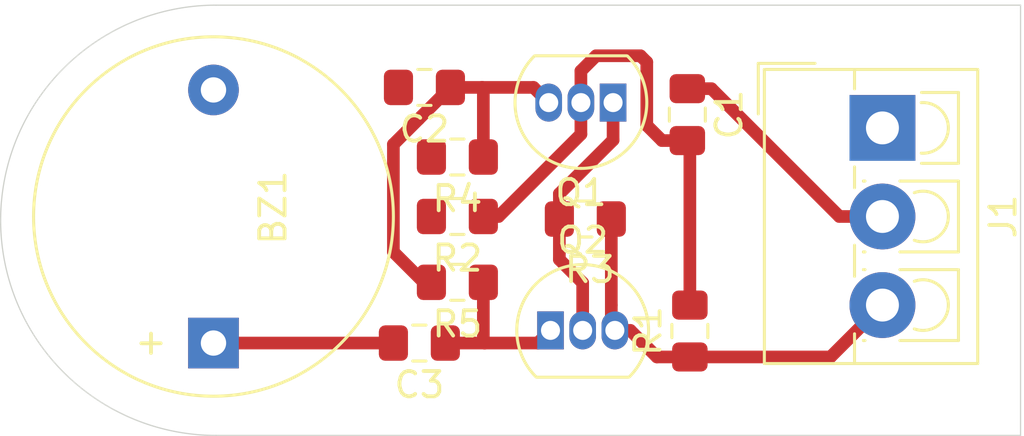
<source format=kicad_pcb>
(kicad_pcb (version 20171130) (host pcbnew "(5.1.6)-1")

  (general
    (thickness 1.6)
    (drawings 4)
    (tracks 45)
    (zones 0)
    (modules 12)
    (nets 9)
  )

  (page A4)
  (title_block
    (title Single_tranzistor_amp)
    (date 2020-11-01)
    (rev V1.0)
    (company "Ventspils Augstskola")
    (comment 1 Autors)
    (comment 2 "Mareks Krišjānis")
  )

  (layers
    (0 F.Cu signal)
    (31 B.Cu signal)
    (32 B.Adhes user)
    (33 F.Adhes user)
    (34 B.Paste user)
    (35 F.Paste user)
    (36 B.SilkS user)
    (37 F.SilkS user)
    (38 B.Mask user)
    (39 F.Mask user)
    (40 Dwgs.User user)
    (41 Cmts.User user)
    (42 Eco1.User user)
    (43 Eco2.User user)
    (44 Edge.Cuts user)
    (45 Margin user)
    (46 B.CrtYd user)
    (47 F.CrtYd user)
    (48 B.Fab user)
    (49 F.Fab user)
  )

  (setup
    (last_trace_width 0.5)
    (user_trace_width 0.5)
    (user_trace_width 0.75)
    (trace_clearance 0.2)
    (zone_clearance 0.508)
    (zone_45_only no)
    (trace_min 0.2)
    (via_size 0.8)
    (via_drill 0.4)
    (via_min_size 0.4)
    (via_min_drill 0.3)
    (uvia_size 0.3)
    (uvia_drill 0.1)
    (uvias_allowed no)
    (uvia_min_size 0.2)
    (uvia_min_drill 0.1)
    (edge_width 0.05)
    (segment_width 0.2)
    (pcb_text_width 0.3)
    (pcb_text_size 1.5 1.5)
    (mod_edge_width 0.12)
    (mod_text_size 1 1)
    (mod_text_width 0.15)
    (pad_size 1.524 1.524)
    (pad_drill 0.762)
    (pad_to_mask_clearance 0.05)
    (aux_axis_origin 0 0)
    (visible_elements 7FFFFFFF)
    (pcbplotparams
      (layerselection 0x010fc_ffffffff)
      (usegerberextensions false)
      (usegerberattributes true)
      (usegerberadvancedattributes true)
      (creategerberjobfile true)
      (excludeedgelayer true)
      (linewidth 0.100000)
      (plotframeref false)
      (viasonmask false)
      (mode 1)
      (useauxorigin false)
      (hpglpennumber 1)
      (hpglpenspeed 20)
      (hpglpendiameter 15.000000)
      (psnegative false)
      (psa4output false)
      (plotreference true)
      (plotvalue true)
      (plotinvisibletext false)
      (padsonsilk false)
      (subtractmaskfromsilk false)
      (outputformat 1)
      (mirror false)
      (drillshape 1)
      (scaleselection 1)
      (outputdirectory ""))
  )

  (net 0 "")
  (net 1 "Net-(BZ1-Pad1)")
  (net 2 "Net-(C1-Pad1)")
  (net 3 "Net-(C1-Pad2)")
  (net 4 "Net-(C2-Pad1)")
  (net 5 "Net-(C3-Pad1)")
  (net 6 "Net-(J1-Pad3)")
  (net 7 "Net-(Q1-Pad1)")
  (net 8 GNDREF)

  (net_class Default "This is the default net class."
    (clearance 0.2)
    (trace_width 0.25)
    (via_dia 0.8)
    (via_drill 0.4)
    (uvia_dia 0.3)
    (uvia_drill 0.1)
    (add_net GNDREF)
    (add_net "Net-(BZ1-Pad1)")
    (add_net "Net-(C1-Pad1)")
    (add_net "Net-(C1-Pad2)")
    (add_net "Net-(C2-Pad1)")
    (add_net "Net-(C3-Pad1)")
    (add_net "Net-(J1-Pad3)")
    (add_net "Net-(Q1-Pad1)")
  )

  (net_class Power ""
    (clearance 0.5)
    (trace_width 0.75)
    (via_dia 1.2)
    (via_drill 0.8)
    (uvia_dia 0.6)
    (uvia_drill 0.1)
  )

  (module Buzzer_Beeper:Buzzer_D14mm_H7mm_P10mm (layer F.Cu) (tedit 5D8D727F) (tstamp 5FB3F5FC)
    (at 98.4 61.1 90)
    (descr "Generic Buzzer, D14mm height 7mm with pitch 10mm")
    (tags buzzer)
    (path /5F87171B)
    (fp_text reference BZ1 (at 5.35 2.35 90) (layer F.SilkS)
      (effects (font (size 1 1) (thickness 0.15)))
    )
    (fp_text value Buzzer (at 4.69 8.41 90) (layer F.Fab)
      (effects (font (size 1 1) (thickness 0.15)))
    )
    (fp_circle (center 5 0) (end 6 0) (layer F.Fab) (width 0.1))
    (fp_circle (center 5 0) (end 12 0) (layer F.Fab) (width 0.1))
    (fp_circle (center 5 0) (end 12.1 0) (layer F.SilkS) (width 0.12))
    (fp_circle (center 5 0) (end 12.25 0) (layer F.CrtYd) (width 0.05))
    (fp_text user %R (at 5.32 2.27 90) (layer F.Fab)
      (effects (font (size 1 1) (thickness 0.15)))
    )
    (fp_text user + (at -0.01 -2.54 90) (layer F.SilkS)
      (effects (font (size 1 1) (thickness 0.15)))
    )
    (fp_text user + (at -0.01 -2.54 90) (layer F.Fab)
      (effects (font (size 1 1) (thickness 0.15)))
    )
    (pad 2 thru_hole circle (at 10 0 90) (size 2 2) (drill 1) (layers *.Cu *.Mask)
      (net 8 GNDREF))
    (pad 1 thru_hole rect (at 0 0 90) (size 2 2) (drill 1) (layers *.Cu *.Mask)
      (net 1 "Net-(BZ1-Pad1)"))
    (model ${KISYS3DMOD}/Buzzer_Beeper.3dshapes/Buzzer_D14mm_H7mm_P10mm.wrl
      (at (xyz 0 0 0))
      (scale (xyz 1 1 1))
      (rotate (xyz 0 0 0))
    )
  )

  (module Resistor_SMD:R_0805_2012Metric_Pad1.15x1.40mm_HandSolder (layer F.Cu) (tedit 5B36C52B) (tstamp 5FB3F60D)
    (at 117.1 52.075 270)
    (descr "Resistor SMD 0805 (2012 Metric), square (rectangular) end terminal, IPC_7351 nominal with elongated pad for handsoldering. (Body size source: https://docs.google.com/spreadsheets/d/1BsfQQcO9C6DZCsRaXUlFlo91Tg2WpOkGARC1WS5S8t0/edit?usp=sharing), generated with kicad-footprint-generator")
    (tags "resistor handsolder")
    (path /5F86CBAE)
    (attr smd)
    (fp_text reference C1 (at 0 -1.65 90) (layer F.SilkS)
      (effects (font (size 1 1) (thickness 0.15)))
    )
    (fp_text value 10uF (at 0 1.65 90) (layer F.Fab)
      (effects (font (size 1 1) (thickness 0.15)))
    )
    (fp_line (start -1 0.6) (end -1 -0.6) (layer F.Fab) (width 0.1))
    (fp_line (start -1 -0.6) (end 1 -0.6) (layer F.Fab) (width 0.1))
    (fp_line (start 1 -0.6) (end 1 0.6) (layer F.Fab) (width 0.1))
    (fp_line (start 1 0.6) (end -1 0.6) (layer F.Fab) (width 0.1))
    (fp_line (start -0.261252 -0.71) (end 0.261252 -0.71) (layer F.SilkS) (width 0.12))
    (fp_line (start -0.261252 0.71) (end 0.261252 0.71) (layer F.SilkS) (width 0.12))
    (fp_line (start -1.85 0.95) (end -1.85 -0.95) (layer F.CrtYd) (width 0.05))
    (fp_line (start -1.85 -0.95) (end 1.85 -0.95) (layer F.CrtYd) (width 0.05))
    (fp_line (start 1.85 -0.95) (end 1.85 0.95) (layer F.CrtYd) (width 0.05))
    (fp_line (start 1.85 0.95) (end -1.85 0.95) (layer F.CrtYd) (width 0.05))
    (fp_text user %R (at 0 0 90) (layer F.Fab)
      (effects (font (size 0.5 0.5) (thickness 0.08)))
    )
    (pad 1 smd roundrect (at -1.025 0 270) (size 1.15 1.4) (layers F.Cu F.Paste F.Mask) (roundrect_rratio 0.217391)
      (net 2 "Net-(C1-Pad1)"))
    (pad 2 smd roundrect (at 1.025 0 270) (size 1.15 1.4) (layers F.Cu F.Paste F.Mask) (roundrect_rratio 0.217391)
      (net 3 "Net-(C1-Pad2)"))
    (model ${KISYS3DMOD}/Resistor_SMD.3dshapes/R_0805_2012Metric.wrl
      (at (xyz 0 0 0))
      (scale (xyz 1 1 1))
      (rotate (xyz 0 0 0))
    )
  )

  (module Resistor_SMD:R_0805_2012Metric_Pad1.15x1.40mm_HandSolder (layer F.Cu) (tedit 5B36C52B) (tstamp 5FB3F61E)
    (at 106.725 51 180)
    (descr "Resistor SMD 0805 (2012 Metric), square (rectangular) end terminal, IPC_7351 nominal with elongated pad for handsoldering. (Body size source: https://docs.google.com/spreadsheets/d/1BsfQQcO9C6DZCsRaXUlFlo91Tg2WpOkGARC1WS5S8t0/edit?usp=sharing), generated with kicad-footprint-generator")
    (tags "resistor handsolder")
    (path /5F86C0D3)
    (attr smd)
    (fp_text reference C2 (at 0 -1.65) (layer F.SilkS)
      (effects (font (size 1 1) (thickness 0.15)))
    )
    (fp_text value 10uF (at 0 1.65) (layer F.Fab)
      (effects (font (size 1 1) (thickness 0.15)))
    )
    (fp_line (start 1.85 0.95) (end -1.85 0.95) (layer F.CrtYd) (width 0.05))
    (fp_line (start 1.85 -0.95) (end 1.85 0.95) (layer F.CrtYd) (width 0.05))
    (fp_line (start -1.85 -0.95) (end 1.85 -0.95) (layer F.CrtYd) (width 0.05))
    (fp_line (start -1.85 0.95) (end -1.85 -0.95) (layer F.CrtYd) (width 0.05))
    (fp_line (start -0.261252 0.71) (end 0.261252 0.71) (layer F.SilkS) (width 0.12))
    (fp_line (start -0.261252 -0.71) (end 0.261252 -0.71) (layer F.SilkS) (width 0.12))
    (fp_line (start 1 0.6) (end -1 0.6) (layer F.Fab) (width 0.1))
    (fp_line (start 1 -0.6) (end 1 0.6) (layer F.Fab) (width 0.1))
    (fp_line (start -1 -0.6) (end 1 -0.6) (layer F.Fab) (width 0.1))
    (fp_line (start -1 0.6) (end -1 -0.6) (layer F.Fab) (width 0.1))
    (fp_text user %R (at 0 0) (layer F.Fab)
      (effects (font (size 0.5 0.5) (thickness 0.08)))
    )
    (pad 2 smd roundrect (at 1.025 0 180) (size 1.15 1.4) (layers F.Cu F.Paste F.Mask) (roundrect_rratio 0.217391)
      (net 8 GNDREF))
    (pad 1 smd roundrect (at -1.025 0 180) (size 1.15 1.4) (layers F.Cu F.Paste F.Mask) (roundrect_rratio 0.217391)
      (net 4 "Net-(C2-Pad1)"))
    (model ${KISYS3DMOD}/Resistor_SMD.3dshapes/R_0805_2012Metric.wrl
      (at (xyz 0 0 0))
      (scale (xyz 1 1 1))
      (rotate (xyz 0 0 0))
    )
  )

  (module Resistor_SMD:R_0805_2012Metric_Pad1.15x1.40mm_HandSolder (layer F.Cu) (tedit 5B36C52B) (tstamp 5FB3F62F)
    (at 106.525 61.1 180)
    (descr "Resistor SMD 0805 (2012 Metric), square (rectangular) end terminal, IPC_7351 nominal with elongated pad for handsoldering. (Body size source: https://docs.google.com/spreadsheets/d/1BsfQQcO9C6DZCsRaXUlFlo91Tg2WpOkGARC1WS5S8t0/edit?usp=sharing), generated with kicad-footprint-generator")
    (tags "resistor handsolder")
    (path /5F86D21E)
    (attr smd)
    (fp_text reference C3 (at 0 -1.65) (layer F.SilkS)
      (effects (font (size 1 1) (thickness 0.15)))
    )
    (fp_text value 10uF (at 0 1.65) (layer F.Fab)
      (effects (font (size 1 1) (thickness 0.15)))
    )
    (fp_line (start 1.85 0.95) (end -1.85 0.95) (layer F.CrtYd) (width 0.05))
    (fp_line (start 1.85 -0.95) (end 1.85 0.95) (layer F.CrtYd) (width 0.05))
    (fp_line (start -1.85 -0.95) (end 1.85 -0.95) (layer F.CrtYd) (width 0.05))
    (fp_line (start -1.85 0.95) (end -1.85 -0.95) (layer F.CrtYd) (width 0.05))
    (fp_line (start -0.261252 0.71) (end 0.261252 0.71) (layer F.SilkS) (width 0.12))
    (fp_line (start -0.261252 -0.71) (end 0.261252 -0.71) (layer F.SilkS) (width 0.12))
    (fp_line (start 1 0.6) (end -1 0.6) (layer F.Fab) (width 0.1))
    (fp_line (start 1 -0.6) (end 1 0.6) (layer F.Fab) (width 0.1))
    (fp_line (start -1 -0.6) (end 1 -0.6) (layer F.Fab) (width 0.1))
    (fp_line (start -1 0.6) (end -1 -0.6) (layer F.Fab) (width 0.1))
    (fp_text user %R (at 0 0) (layer F.Fab)
      (effects (font (size 0.5 0.5) (thickness 0.08)))
    )
    (pad 2 smd roundrect (at 1.025 0 180) (size 1.15 1.4) (layers F.Cu F.Paste F.Mask) (roundrect_rratio 0.217391)
      (net 1 "Net-(BZ1-Pad1)"))
    (pad 1 smd roundrect (at -1.025 0 180) (size 1.15 1.4) (layers F.Cu F.Paste F.Mask) (roundrect_rratio 0.217391)
      (net 5 "Net-(C3-Pad1)"))
    (model ${KISYS3DMOD}/Resistor_SMD.3dshapes/R_0805_2012Metric.wrl
      (at (xyz 0 0 0))
      (scale (xyz 1 1 1))
      (rotate (xyz 0 0 0))
    )
  )

  (module TerminalBlock_4Ucon:TerminalBlock_4Ucon_1x03_P3.50mm_Vertical (layer F.Cu) (tedit 5B294E80) (tstamp 5FB3F66E)
    (at 124.8 52.6 270)
    (descr "Terminal Block 4Ucon ItemNo. 10694, vertical (cable from top), 3 pins, pitch 3.5mm, size 11.5x8.3mm^2, drill diamater 1.3mm, pad diameter 2.6mm, see http://www.4uconnector.com/online/object/4udrawing/10694.pdf, script-generated with , script-generated using https://github.com/pointhi/kicad-footprint-generator/scripts/TerminalBlock_4Ucon")
    (tags "THT Terminal Block 4Ucon ItemNo. 10694 vertical pitch 3.5mm size 11.5x8.3mm^2 drill 1.3mm pad 2.6mm")
    (path /5F879DD0)
    (fp_text reference J1 (at 3.5 -4.76 90) (layer F.SilkS)
      (effects (font (size 1 1) (thickness 0.15)))
    )
    (fp_text value Screw_Terminal_01x03 (at 3.5 5.66 90) (layer F.Fab)
      (effects (font (size 1 1) (thickness 0.15)))
    )
    (fp_circle (center 0 -1.6) (end 1 -1.6) (layer F.Fab) (width 0.1))
    (fp_circle (center 3.5 -1.6) (end 4.5 -1.6) (layer F.Fab) (width 0.1))
    (fp_circle (center 7 -1.6) (end 8 -1.6) (layer F.Fab) (width 0.1))
    (fp_line (start -2.25 -3.7) (end 9.25 -3.7) (layer F.Fab) (width 0.1))
    (fp_line (start 9.25 -3.7) (end 9.25 4.6) (layer F.Fab) (width 0.1))
    (fp_line (start 9.25 4.6) (end -0.25 4.6) (layer F.Fab) (width 0.1))
    (fp_line (start -0.25 4.6) (end -2.25 2.6) (layer F.Fab) (width 0.1))
    (fp_line (start -2.25 2.6) (end -2.25 -3.7) (layer F.Fab) (width 0.1))
    (fp_line (start -2.25 1.1) (end 9.25 1.1) (layer F.Fab) (width 0.1))
    (fp_line (start -2.31 1.101) (end -1.54 1.101) (layer F.SilkS) (width 0.12))
    (fp_line (start 1.54 1.101) (end 2.367 1.101) (layer F.SilkS) (width 0.12))
    (fp_line (start 4.634 1.101) (end 5.867 1.101) (layer F.SilkS) (width 0.12))
    (fp_line (start 8.134 1.101) (end 9.31 1.101) (layer F.SilkS) (width 0.12))
    (fp_line (start -2.31 -3.76) (end 9.31 -3.76) (layer F.SilkS) (width 0.12))
    (fp_line (start -2.31 4.66) (end 9.31 4.66) (layer F.SilkS) (width 0.12))
    (fp_line (start -2.31 -3.76) (end -2.31 4.66) (layer F.SilkS) (width 0.12))
    (fp_line (start 9.31 -3.76) (end 9.31 4.66) (layer F.SilkS) (width 0.12))
    (fp_line (start -1.4 -3) (end 1.4 -3) (layer F.SilkS) (width 0.12))
    (fp_line (start -1.4 -3) (end -1.4 -1.54) (layer F.SilkS) (width 0.12))
    (fp_line (start 1.4 -3) (end 1.4 -1.54) (layer F.SilkS) (width 0.12))
    (fp_line (start -1.4 -3) (end -1.4 0.75) (layer F.Fab) (width 0.1))
    (fp_line (start -1.4 0.75) (end 1.4 0.75) (layer F.Fab) (width 0.1))
    (fp_line (start 1.4 0.75) (end 1.4 -3) (layer F.Fab) (width 0.1))
    (fp_line (start 1.4 -3) (end -1.4 -3) (layer F.Fab) (width 0.1))
    (fp_line (start 2.1 -3) (end 4.9 -3) (layer F.SilkS) (width 0.12))
    (fp_line (start 2.1 0.75) (end 2.101 0.75) (layer F.SilkS) (width 0.12))
    (fp_line (start 4.9 0.75) (end 4.9 0.75) (layer F.SilkS) (width 0.12))
    (fp_line (start 2.1 -3) (end 2.1 -0.689) (layer F.SilkS) (width 0.12))
    (fp_line (start 2.1 0.689) (end 2.1 0.75) (layer F.SilkS) (width 0.12))
    (fp_line (start 4.9 -3) (end 4.9 -0.689) (layer F.SilkS) (width 0.12))
    (fp_line (start 4.9 0.689) (end 4.9 0.75) (layer F.SilkS) (width 0.12))
    (fp_line (start 2.1 -3) (end 2.1 0.75) (layer F.Fab) (width 0.1))
    (fp_line (start 2.1 0.75) (end 4.9 0.75) (layer F.Fab) (width 0.1))
    (fp_line (start 4.9 0.75) (end 4.9 -3) (layer F.Fab) (width 0.1))
    (fp_line (start 4.9 -3) (end 2.1 -3) (layer F.Fab) (width 0.1))
    (fp_line (start 5.6 -3) (end 8.4 -3) (layer F.SilkS) (width 0.12))
    (fp_line (start 5.6 0.75) (end 5.601 0.75) (layer F.SilkS) (width 0.12))
    (fp_line (start 8.4 0.75) (end 8.4 0.75) (layer F.SilkS) (width 0.12))
    (fp_line (start 5.6 -3) (end 5.6 -0.689) (layer F.SilkS) (width 0.12))
    (fp_line (start 5.6 0.689) (end 5.6 0.75) (layer F.SilkS) (width 0.12))
    (fp_line (start 8.4 -3) (end 8.4 -0.689) (layer F.SilkS) (width 0.12))
    (fp_line (start 8.4 0.689) (end 8.4 0.75) (layer F.SilkS) (width 0.12))
    (fp_line (start 5.6 -3) (end 5.6 0.75) (layer F.Fab) (width 0.1))
    (fp_line (start 5.6 0.75) (end 8.4 0.75) (layer F.Fab) (width 0.1))
    (fp_line (start 8.4 0.75) (end 8.4 -3) (layer F.Fab) (width 0.1))
    (fp_line (start 8.4 -3) (end 5.6 -3) (layer F.Fab) (width 0.1))
    (fp_line (start -2.55 2.66) (end -2.55 4.9) (layer F.SilkS) (width 0.12))
    (fp_line (start -2.55 4.9) (end -0.55 4.9) (layer F.SilkS) (width 0.12))
    (fp_line (start -2.75 -4.2) (end -2.75 5.11) (layer F.CrtYd) (width 0.05))
    (fp_line (start -2.75 5.11) (end 9.75 5.11) (layer F.CrtYd) (width 0.05))
    (fp_line (start 9.75 5.11) (end 9.75 -4.2) (layer F.CrtYd) (width 0.05))
    (fp_line (start 9.75 -4.2) (end -2.75 -4.2) (layer F.CrtYd) (width 0.05))
    (fp_arc (start 0 -1.6) (end 0.998 -1.531) (angle -188) (layer F.SilkS) (width 0.12))
    (fp_arc (start 3.5 -1.6) (end 4.44 -1.258) (angle -220) (layer F.SilkS) (width 0.12))
    (fp_arc (start 7 -1.6) (end 7.94 -1.258) (angle -220) (layer F.SilkS) (width 0.12))
    (fp_text user %R (at 3.5 3.45 90) (layer F.Fab)
      (effects (font (size 1 1) (thickness 0.15)))
    )
    (pad 1 thru_hole rect (at 0 0 270) (size 2.6 2.6) (drill 1.3) (layers *.Cu *.Mask)
      (net 8 GNDREF))
    (pad 2 thru_hole circle (at 3.5 0 270) (size 2.6 2.6) (drill 1.3) (layers *.Cu *.Mask)
      (net 2 "Net-(C1-Pad1)"))
    (pad 3 thru_hole circle (at 7 0 270) (size 2.6 2.6) (drill 1.3) (layers *.Cu *.Mask)
      (net 6 "Net-(J1-Pad3)"))
    (model ${KISYS3DMOD}/TerminalBlock_4Ucon.3dshapes/TerminalBlock_4Ucon_1x03_P3.50mm_Vertical.wrl
      (at (xyz 0 0 0))
      (scale (xyz 1 1 1))
      (rotate (xyz 0 0 0))
    )
  )

  (module Package_TO_SOT_THT:TO-92_Inline (layer F.Cu) (tedit 5A1DD157) (tstamp 5FB3F680)
    (at 114.17 51.6 180)
    (descr "TO-92 leads in-line, narrow, oval pads, drill 0.75mm (see NXP sot054_po.pdf)")
    (tags "to-92 sc-43 sc-43a sot54 PA33 transistor")
    (path /5F869E0C)
    (fp_text reference Q1 (at 1.27 -3.56) (layer F.SilkS)
      (effects (font (size 1 1) (thickness 0.15)))
    )
    (fp_text value BC547 (at 1.27 2.79) (layer F.Fab)
      (effects (font (size 1 1) (thickness 0.15)))
    )
    (fp_line (start -0.53 1.85) (end 3.07 1.85) (layer F.SilkS) (width 0.12))
    (fp_line (start -0.5 1.75) (end 3 1.75) (layer F.Fab) (width 0.1))
    (fp_line (start -1.46 -2.73) (end 4 -2.73) (layer F.CrtYd) (width 0.05))
    (fp_line (start -1.46 -2.73) (end -1.46 2.01) (layer F.CrtYd) (width 0.05))
    (fp_line (start 4 2.01) (end 4 -2.73) (layer F.CrtYd) (width 0.05))
    (fp_line (start 4 2.01) (end -1.46 2.01) (layer F.CrtYd) (width 0.05))
    (fp_text user %R (at 1.27 -3.56) (layer F.Fab)
      (effects (font (size 1 1) (thickness 0.15)))
    )
    (fp_arc (start 1.27 0) (end 1.27 -2.48) (angle 135) (layer F.Fab) (width 0.1))
    (fp_arc (start 1.27 0) (end 1.27 -2.6) (angle -135) (layer F.SilkS) (width 0.12))
    (fp_arc (start 1.27 0) (end 1.27 -2.48) (angle -135) (layer F.Fab) (width 0.1))
    (fp_arc (start 1.27 0) (end 1.27 -2.6) (angle 135) (layer F.SilkS) (width 0.12))
    (pad 2 thru_hole oval (at 1.27 0 180) (size 1.05 1.5) (drill 0.75) (layers *.Cu *.Mask)
      (net 3 "Net-(C1-Pad2)"))
    (pad 3 thru_hole oval (at 2.54 0 180) (size 1.05 1.5) (drill 0.75) (layers *.Cu *.Mask)
      (net 4 "Net-(C2-Pad1)"))
    (pad 1 thru_hole rect (at 0 0 180) (size 1.05 1.5) (drill 0.75) (layers *.Cu *.Mask)
      (net 7 "Net-(Q1-Pad1)"))
    (model ${KISYS3DMOD}/Package_TO_SOT_THT.3dshapes/TO-92_Inline.wrl
      (at (xyz 0 0 0))
      (scale (xyz 1 1 1))
      (rotate (xyz 0 0 0))
    )
  )

  (module Package_TO_SOT_THT:TO-92_Inline (layer F.Cu) (tedit 5A1DD157) (tstamp 5FB3F692)
    (at 111.7 60.6)
    (descr "TO-92 leads in-line, narrow, oval pads, drill 0.75mm (see NXP sot054_po.pdf)")
    (tags "to-92 sc-43 sc-43a sot54 PA33 transistor")
    (path /5F86A5B5)
    (fp_text reference Q2 (at 1.27 -3.56) (layer F.SilkS)
      (effects (font (size 1 1) (thickness 0.15)))
    )
    (fp_text value BC557 (at 1.27 2.79) (layer F.Fab)
      (effects (font (size 1 1) (thickness 0.15)))
    )
    (fp_line (start 4 2.01) (end -1.46 2.01) (layer F.CrtYd) (width 0.05))
    (fp_line (start 4 2.01) (end 4 -2.73) (layer F.CrtYd) (width 0.05))
    (fp_line (start -1.46 -2.73) (end -1.46 2.01) (layer F.CrtYd) (width 0.05))
    (fp_line (start -1.46 -2.73) (end 4 -2.73) (layer F.CrtYd) (width 0.05))
    (fp_line (start -0.5 1.75) (end 3 1.75) (layer F.Fab) (width 0.1))
    (fp_line (start -0.53 1.85) (end 3.07 1.85) (layer F.SilkS) (width 0.12))
    (fp_arc (start 1.27 0) (end 1.27 -2.6) (angle 135) (layer F.SilkS) (width 0.12))
    (fp_arc (start 1.27 0) (end 1.27 -2.48) (angle -135) (layer F.Fab) (width 0.1))
    (fp_arc (start 1.27 0) (end 1.27 -2.6) (angle -135) (layer F.SilkS) (width 0.12))
    (fp_arc (start 1.27 0) (end 1.27 -2.48) (angle 135) (layer F.Fab) (width 0.1))
    (fp_text user %R (at 1.27 -3.56) (layer F.Fab)
      (effects (font (size 1 1) (thickness 0.15)))
    )
    (pad 1 thru_hole rect (at 0 0) (size 1.05 1.5) (drill 0.75) (layers *.Cu *.Mask)
      (net 5 "Net-(C3-Pad1)"))
    (pad 3 thru_hole oval (at 2.54 0) (size 1.05 1.5) (drill 0.75) (layers *.Cu *.Mask)
      (net 6 "Net-(J1-Pad3)"))
    (pad 2 thru_hole oval (at 1.27 0) (size 1.05 1.5) (drill 0.75) (layers *.Cu *.Mask)
      (net 7 "Net-(Q1-Pad1)"))
    (model ${KISYS3DMOD}/Package_TO_SOT_THT.3dshapes/TO-92_Inline.wrl
      (at (xyz 0 0 0))
      (scale (xyz 1 1 1))
      (rotate (xyz 0 0 0))
    )
  )

  (module Resistor_SMD:R_0805_2012Metric_Pad1.15x1.40mm_HandSolder (layer F.Cu) (tedit 5B36C52B) (tstamp 5FB3F6A3)
    (at 117.2 60.625 90)
    (descr "Resistor SMD 0805 (2012 Metric), square (rectangular) end terminal, IPC_7351 nominal with elongated pad for handsoldering. (Body size source: https://docs.google.com/spreadsheets/d/1BsfQQcO9C6DZCsRaXUlFlo91Tg2WpOkGARC1WS5S8t0/edit?usp=sharing), generated with kicad-footprint-generator")
    (tags "resistor handsolder")
    (path /5F86A72A)
    (attr smd)
    (fp_text reference R1 (at 0 -1.65 90) (layer F.SilkS)
      (effects (font (size 1 1) (thickness 0.15)))
    )
    (fp_text value 22K (at 0 1.65 90) (layer F.Fab)
      (effects (font (size 1 1) (thickness 0.15)))
    )
    (fp_line (start -1 0.6) (end -1 -0.6) (layer F.Fab) (width 0.1))
    (fp_line (start -1 -0.6) (end 1 -0.6) (layer F.Fab) (width 0.1))
    (fp_line (start 1 -0.6) (end 1 0.6) (layer F.Fab) (width 0.1))
    (fp_line (start 1 0.6) (end -1 0.6) (layer F.Fab) (width 0.1))
    (fp_line (start -0.261252 -0.71) (end 0.261252 -0.71) (layer F.SilkS) (width 0.12))
    (fp_line (start -0.261252 0.71) (end 0.261252 0.71) (layer F.SilkS) (width 0.12))
    (fp_line (start -1.85 0.95) (end -1.85 -0.95) (layer F.CrtYd) (width 0.05))
    (fp_line (start -1.85 -0.95) (end 1.85 -0.95) (layer F.CrtYd) (width 0.05))
    (fp_line (start 1.85 -0.95) (end 1.85 0.95) (layer F.CrtYd) (width 0.05))
    (fp_line (start 1.85 0.95) (end -1.85 0.95) (layer F.CrtYd) (width 0.05))
    (fp_text user %R (at 0 0 90) (layer F.Fab)
      (effects (font (size 0.5 0.5) (thickness 0.08)))
    )
    (pad 1 smd roundrect (at -1.025 0 90) (size 1.15 1.4) (layers F.Cu F.Paste F.Mask) (roundrect_rratio 0.217391)
      (net 6 "Net-(J1-Pad3)"))
    (pad 2 smd roundrect (at 1.025 0 90) (size 1.15 1.4) (layers F.Cu F.Paste F.Mask) (roundrect_rratio 0.217391)
      (net 3 "Net-(C1-Pad2)"))
    (model ${KISYS3DMOD}/Resistor_SMD.3dshapes/R_0805_2012Metric.wrl
      (at (xyz 0 0 0))
      (scale (xyz 1 1 1))
      (rotate (xyz 0 0 0))
    )
  )

  (module Resistor_SMD:R_0805_2012Metric_Pad1.15x1.40mm_HandSolder (layer F.Cu) (tedit 5B36C52B) (tstamp 5FB3F6B4)
    (at 108.025 56.1 180)
    (descr "Resistor SMD 0805 (2012 Metric), square (rectangular) end terminal, IPC_7351 nominal with elongated pad for handsoldering. (Body size source: https://docs.google.com/spreadsheets/d/1BsfQQcO9C6DZCsRaXUlFlo91Tg2WpOkGARC1WS5S8t0/edit?usp=sharing), generated with kicad-footprint-generator")
    (tags "resistor handsolder")
    (path /5F86B354)
    (attr smd)
    (fp_text reference R2 (at 0 -1.65) (layer F.SilkS)
      (effects (font (size 1 1) (thickness 0.15)))
    )
    (fp_text value 6.8K (at -0.225 1.65 90) (layer F.Fab)
      (effects (font (size 1 1) (thickness 0.15)))
    )
    (fp_line (start 1.85 0.95) (end -1.85 0.95) (layer F.CrtYd) (width 0.05))
    (fp_line (start 1.85 -0.95) (end 1.85 0.95) (layer F.CrtYd) (width 0.05))
    (fp_line (start -1.85 -0.95) (end 1.85 -0.95) (layer F.CrtYd) (width 0.05))
    (fp_line (start -1.85 0.95) (end -1.85 -0.95) (layer F.CrtYd) (width 0.05))
    (fp_line (start -0.261252 0.71) (end 0.261252 0.71) (layer F.SilkS) (width 0.12))
    (fp_line (start -0.261252 -0.71) (end 0.261252 -0.71) (layer F.SilkS) (width 0.12))
    (fp_line (start 1 0.6) (end -1 0.6) (layer F.Fab) (width 0.1))
    (fp_line (start 1 -0.6) (end 1 0.6) (layer F.Fab) (width 0.1))
    (fp_line (start -1 -0.6) (end 1 -0.6) (layer F.Fab) (width 0.1))
    (fp_line (start -1 0.6) (end -1 -0.6) (layer F.Fab) (width 0.1))
    (fp_text user %R (at 0 0) (layer F.Fab)
      (effects (font (size 0.5 0.5) (thickness 0.08)))
    )
    (pad 2 smd roundrect (at 1.025 0 180) (size 1.15 1.4) (layers F.Cu F.Paste F.Mask) (roundrect_rratio 0.217391)
      (net 8 GNDREF))
    (pad 1 smd roundrect (at -1.025 0 180) (size 1.15 1.4) (layers F.Cu F.Paste F.Mask) (roundrect_rratio 0.217391)
      (net 3 "Net-(C1-Pad2)"))
    (model ${KISYS3DMOD}/Resistor_SMD.3dshapes/R_0805_2012Metric.wrl
      (at (xyz 0 0 0))
      (scale (xyz 1 1 1))
      (rotate (xyz 0 0 0))
    )
  )

  (module Resistor_SMD:R_0805_2012Metric_Pad1.15x1.40mm_HandSolder (layer F.Cu) (tedit 5B36C52B) (tstamp 5FB3F6C5)
    (at 113.075 56.2 180)
    (descr "Resistor SMD 0805 (2012 Metric), square (rectangular) end terminal, IPC_7351 nominal with elongated pad for handsoldering. (Body size source: https://docs.google.com/spreadsheets/d/1BsfQQcO9C6DZCsRaXUlFlo91Tg2WpOkGARC1WS5S8t0/edit?usp=sharing), generated with kicad-footprint-generator")
    (tags "resistor handsolder")
    (path /5F86B126)
    (attr smd)
    (fp_text reference R3 (at -0.175 -2) (layer F.SilkS)
      (effects (font (size 1 1) (thickness 0.15)))
    )
    (fp_text value 1K (at 0 1.65) (layer F.Fab)
      (effects (font (size 1 1) (thickness 0.15)))
    )
    (fp_line (start -1 0.6) (end -1 -0.6) (layer F.Fab) (width 0.1))
    (fp_line (start -1 -0.6) (end 1 -0.6) (layer F.Fab) (width 0.1))
    (fp_line (start 1 -0.6) (end 1 0.6) (layer F.Fab) (width 0.1))
    (fp_line (start 1 0.6) (end -1 0.6) (layer F.Fab) (width 0.1))
    (fp_line (start -0.261252 -0.71) (end 0.261252 -0.71) (layer F.SilkS) (width 0.12))
    (fp_line (start -0.261252 0.71) (end 0.261252 0.71) (layer F.SilkS) (width 0.12))
    (fp_line (start -1.85 0.95) (end -1.85 -0.95) (layer F.CrtYd) (width 0.05))
    (fp_line (start -1.85 -0.95) (end 1.85 -0.95) (layer F.CrtYd) (width 0.05))
    (fp_line (start 1.85 -0.95) (end 1.85 0.95) (layer F.CrtYd) (width 0.05))
    (fp_line (start 1.85 0.95) (end -1.85 0.95) (layer F.CrtYd) (width 0.05))
    (fp_text user %R (at 0 0) (layer F.Fab)
      (effects (font (size 0.5 0.5) (thickness 0.08)))
    )
    (pad 1 smd roundrect (at -1.025 0 180) (size 1.15 1.4) (layers F.Cu F.Paste F.Mask) (roundrect_rratio 0.217391)
      (net 6 "Net-(J1-Pad3)"))
    (pad 2 smd roundrect (at 1.025 0 180) (size 1.15 1.4) (layers F.Cu F.Paste F.Mask) (roundrect_rratio 0.217391)
      (net 7 "Net-(Q1-Pad1)"))
    (model ${KISYS3DMOD}/Resistor_SMD.3dshapes/R_0805_2012Metric.wrl
      (at (xyz 0 0 0))
      (scale (xyz 1 1 1))
      (rotate (xyz 0 0 0))
    )
  )

  (module Resistor_SMD:R_0805_2012Metric_Pad1.15x1.40mm_HandSolder (layer F.Cu) (tedit 5B36C52B) (tstamp 5FB3F6D6)
    (at 108.025 53.75 180)
    (descr "Resistor SMD 0805 (2012 Metric), square (rectangular) end terminal, IPC_7351 nominal with elongated pad for handsoldering. (Body size source: https://docs.google.com/spreadsheets/d/1BsfQQcO9C6DZCsRaXUlFlo91Tg2WpOkGARC1WS5S8t0/edit?usp=sharing), generated with kicad-footprint-generator")
    (tags "resistor handsolder")
    (path /5F86B88F)
    (attr smd)
    (fp_text reference R4 (at 0 -1.65) (layer F.SilkS)
      (effects (font (size 1 1) (thickness 0.15)))
    )
    (fp_text value 560 (at 0 1.65) (layer F.Fab)
      (effects (font (size 1 1) (thickness 0.15)))
    )
    (fp_line (start -1 0.6) (end -1 -0.6) (layer F.Fab) (width 0.1))
    (fp_line (start -1 -0.6) (end 1 -0.6) (layer F.Fab) (width 0.1))
    (fp_line (start 1 -0.6) (end 1 0.6) (layer F.Fab) (width 0.1))
    (fp_line (start 1 0.6) (end -1 0.6) (layer F.Fab) (width 0.1))
    (fp_line (start -0.261252 -0.71) (end 0.261252 -0.71) (layer F.SilkS) (width 0.12))
    (fp_line (start -0.261252 0.71) (end 0.261252 0.71) (layer F.SilkS) (width 0.12))
    (fp_line (start -1.85 0.95) (end -1.85 -0.95) (layer F.CrtYd) (width 0.05))
    (fp_line (start -1.85 -0.95) (end 1.85 -0.95) (layer F.CrtYd) (width 0.05))
    (fp_line (start 1.85 -0.95) (end 1.85 0.95) (layer F.CrtYd) (width 0.05))
    (fp_line (start 1.85 0.95) (end -1.85 0.95) (layer F.CrtYd) (width 0.05))
    (fp_text user %R (at 0 0) (layer F.Fab)
      (effects (font (size 0.5 0.5) (thickness 0.08)))
    )
    (pad 1 smd roundrect (at -1.025 0 180) (size 1.15 1.4) (layers F.Cu F.Paste F.Mask) (roundrect_rratio 0.217391)
      (net 4 "Net-(C2-Pad1)"))
    (pad 2 smd roundrect (at 1.025 0 180) (size 1.15 1.4) (layers F.Cu F.Paste F.Mask) (roundrect_rratio 0.217391)
      (net 8 GNDREF))
    (model ${KISYS3DMOD}/Resistor_SMD.3dshapes/R_0805_2012Metric.wrl
      (at (xyz 0 0 0))
      (scale (xyz 1 1 1))
      (rotate (xyz 0 0 0))
    )
  )

  (module Resistor_SMD:R_0805_2012Metric_Pad1.15x1.40mm_HandSolder (layer F.Cu) (tedit 5B36C52B) (tstamp 5FB3F6E7)
    (at 108.025 58.7 180)
    (descr "Resistor SMD 0805 (2012 Metric), square (rectangular) end terminal, IPC_7351 nominal with elongated pad for handsoldering. (Body size source: https://docs.google.com/spreadsheets/d/1BsfQQcO9C6DZCsRaXUlFlo91Tg2WpOkGARC1WS5S8t0/edit?usp=sharing), generated with kicad-footprint-generator")
    (tags "resistor handsolder")
    (path /5F86EB5B)
    (attr smd)
    (fp_text reference R5 (at 0 -1.65) (layer F.SilkS)
      (effects (font (size 1 1) (thickness 0.15)))
    )
    (fp_text value 1K (at 0 1.65) (layer F.Fab)
      (effects (font (size 1 1) (thickness 0.15)))
    )
    (fp_line (start 1.85 0.95) (end -1.85 0.95) (layer F.CrtYd) (width 0.05))
    (fp_line (start 1.85 -0.95) (end 1.85 0.95) (layer F.CrtYd) (width 0.05))
    (fp_line (start -1.85 -0.95) (end 1.85 -0.95) (layer F.CrtYd) (width 0.05))
    (fp_line (start -1.85 0.95) (end -1.85 -0.95) (layer F.CrtYd) (width 0.05))
    (fp_line (start -0.261252 0.71) (end 0.261252 0.71) (layer F.SilkS) (width 0.12))
    (fp_line (start -0.261252 -0.71) (end 0.261252 -0.71) (layer F.SilkS) (width 0.12))
    (fp_line (start 1 0.6) (end -1 0.6) (layer F.Fab) (width 0.1))
    (fp_line (start 1 -0.6) (end 1 0.6) (layer F.Fab) (width 0.1))
    (fp_line (start -1 -0.6) (end 1 -0.6) (layer F.Fab) (width 0.1))
    (fp_line (start -1 0.6) (end -1 -0.6) (layer F.Fab) (width 0.1))
    (fp_text user %R (at 0 0) (layer F.Fab)
      (effects (font (size 0.5 0.5) (thickness 0.08)))
    )
    (pad 2 smd roundrect (at 1.025 0 180) (size 1.15 1.4) (layers F.Cu F.Paste F.Mask) (roundrect_rratio 0.217391)
      (net 4 "Net-(C2-Pad1)"))
    (pad 1 smd roundrect (at -1.025 0 180) (size 1.15 1.4) (layers F.Cu F.Paste F.Mask) (roundrect_rratio 0.217391)
      (net 5 "Net-(C3-Pad1)"))
    (model ${KISYS3DMOD}/Resistor_SMD.3dshapes/R_0805_2012Metric.wrl
      (at (xyz 0 0 0))
      (scale (xyz 1 1 1))
      (rotate (xyz 0 0 0))
    )
  )

  (gr_line (start 98.5 47.75) (end 130.25 47.75) (layer Edge.Cuts) (width 0.05))
  (gr_line (start 130.25 64.75) (end 130.25 47.75) (layer Edge.Cuts) (width 0.05))
  (gr_line (start 98.5 64.75) (end 130.25 64.75) (layer Edge.Cuts) (width 0.05))
  (gr_arc (start 98.5 56.25) (end 98.5 47.75) (angle -180) (layer Edge.Cuts) (width 0.05))

  (segment (start 98.4 61.1) (end 105.5 61.1) (width 0.5) (layer F.Cu) (net 1))
  (segment (start 117.1 51.05) (end 118.05 51.05) (width 0.5) (layer F.Cu) (net 2))
  (segment (start 123.1 56.1) (end 124.8 56.1) (width 0.5) (layer F.Cu) (net 2))
  (segment (start 118.05 51.05) (end 123.1 56.1) (width 0.5) (layer F.Cu) (net 2))
  (segment (start 109.05 56.1) (end 109.65 56.1) (width 0.5) (layer F.Cu) (net 3))
  (segment (start 112.9 52.85) (end 112.9 51.6) (width 0.5) (layer F.Cu) (net 3))
  (segment (start 109.65 56.1) (end 112.9 52.85) (width 0.5) (layer F.Cu) (net 3))
  (segment (start 117.2 53.2) (end 117.1 53.1) (width 0.5) (layer F.Cu) (net 3))
  (segment (start 117.2 59.6) (end 117.2 53.2) (width 0.5) (layer F.Cu) (net 3))
  (segment (start 117.1 53.1) (end 116.1 53.1) (width 0.5) (layer F.Cu) (net 3))
  (segment (start 116.1 53.1) (end 115.5 52.5) (width 0.5) (layer F.Cu) (net 3))
  (segment (start 115.5 52.5) (end 115.5 50) (width 0.5) (layer F.Cu) (net 3))
  (segment (start 115.5 50) (end 115.25 49.75) (width 0.5) (layer F.Cu) (net 3))
  (segment (start 115.25 49.75) (end 113.5 49.75) (width 0.5) (layer F.Cu) (net 3))
  (segment (start 112.9 50.35) (end 112.9 51.6) (width 0.5) (layer F.Cu) (net 3))
  (segment (start 113.5 49.75) (end 112.9 50.35) (width 0.5) (layer F.Cu) (net 3))
  (segment (start 111.03 51) (end 111.63 51.6) (width 0.5) (layer F.Cu) (net 4))
  (segment (start 109.05 53.75) (end 109.05 51.05) (width 0.5) (layer F.Cu) (net 4))
  (segment (start 107.75 51) (end 109 51) (width 0.5) (layer F.Cu) (net 4))
  (segment (start 109.05 51.05) (end 109 51) (width 0.5) (layer F.Cu) (net 4))
  (segment (start 109 51) (end 111.03 51) (width 0.5) (layer F.Cu) (net 4))
  (segment (start 105.5 53.25) (end 106.5 52.25) (width 0.5) (layer F.Cu) (net 4))
  (segment (start 106.5 52.25) (end 107.75 51) (width 0.5) (layer F.Cu) (net 4))
  (segment (start 105.5 57.5) (end 105.5 53.25) (width 0.5) (layer F.Cu) (net 4))
  (segment (start 107 58.7) (end 106.7 58.7) (width 0.5) (layer F.Cu) (net 4))
  (segment (start 106.7 58.7) (end 105.5 57.5) (width 0.5) (layer F.Cu) (net 4))
  (segment (start 111.2 61.1) (end 111.7 60.6) (width 0.5) (layer F.Cu) (net 5))
  (segment (start 109.05 61.05) (end 109.1 61.1) (width 0.5) (layer F.Cu) (net 5))
  (segment (start 107.55 61.1) (end 109.1 61.1) (width 0.5) (layer F.Cu) (net 5))
  (segment (start 109.05 58.7) (end 109.05 61.05) (width 0.5) (layer F.Cu) (net 5))
  (segment (start 109.1 61.1) (end 111.2 61.1) (width 0.5) (layer F.Cu) (net 5))
  (segment (start 114.1 60.46) (end 114.24 60.6) (width 0.5) (layer F.Cu) (net 6))
  (segment (start 114.1 56.2) (end 114.1 59.6) (width 0.5) (layer F.Cu) (net 6))
  (segment (start 114.1 59.6) (end 114.1 60.46) (width 0.5) (layer F.Cu) (net 6))
  (segment (start 114.24 60.6) (end 114.85 60.6) (width 0.5) (layer F.Cu) (net 6))
  (segment (start 115.9 61.65) (end 117.2 61.65) (width 0.5) (layer F.Cu) (net 6))
  (segment (start 114.85 60.6) (end 115.9 61.65) (width 0.5) (layer F.Cu) (net 6))
  (segment (start 122.75 61.65) (end 124.8 59.6) (width 0.5) (layer F.Cu) (net 6))
  (segment (start 117.2 61.65) (end 122.75 61.65) (width 0.5) (layer F.Cu) (net 6))
  (segment (start 114.17 51.6) (end 114.17 53.08) (width 0.5) (layer F.Cu) (net 7))
  (segment (start 112.05 55.2) (end 112.05 56.2) (width 0.5) (layer F.Cu) (net 7))
  (segment (start 114.17 53.08) (end 112.05 55.2) (width 0.5) (layer F.Cu) (net 7))
  (segment (start 112.05 56.2) (end 112.05 57.8) (width 0.5) (layer F.Cu) (net 7))
  (segment (start 112.97 58.72) (end 112.97 60.6) (width 0.5) (layer F.Cu) (net 7))
  (segment (start 112.05 57.8) (end 112.97 58.72) (width 0.5) (layer F.Cu) (net 7))

)

</source>
